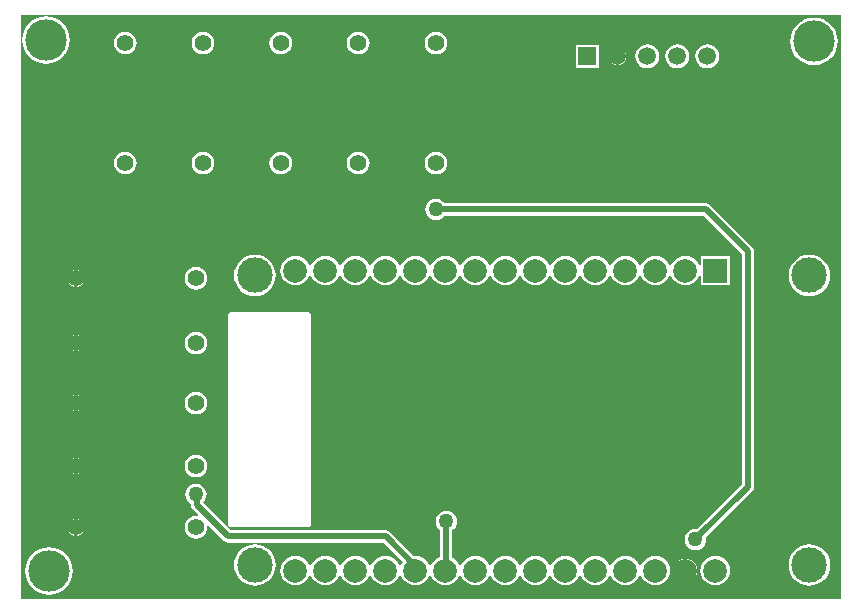
<source format=gbl>
G04 Layer_Physical_Order=2*
G04 Layer_Color=16711680*
%FSLAX25Y25*%
%MOIN*%
G70*
G01*
G75*
%ADD10C,0.01969*%
%ADD12R,0.07874X0.07874*%
%ADD13C,0.07874*%
%ADD14C,0.11811*%
%ADD15C,0.05512*%
%ADD16C,0.13780*%
%ADD17R,0.05906X0.05906*%
%ADD18C,0.05906*%
%ADD19C,0.05000*%
%ADD20C,0.02559*%
G36*
X484471Y213029D02*
X211029D01*
X211029Y407971D01*
X484471D01*
Y213029D01*
D02*
G37*
%LPC*%
G36*
X229000Y260214D02*
X228781Y260185D01*
X228110Y259907D01*
X227535Y259466D01*
X227093Y258890D01*
X226815Y258219D01*
X226786Y258000D01*
X229000D01*
Y260214D01*
D02*
G37*
G36*
X230000D02*
Y258000D01*
X232214D01*
X232185Y258219D01*
X231907Y258890D01*
X231466Y259466D01*
X230890Y259907D01*
X230219Y260185D01*
X230000Y260214D01*
D02*
G37*
G36*
X269500Y282288D02*
X268519Y282159D01*
X267606Y281781D01*
X266821Y281179D01*
X266219Y280394D01*
X265841Y279481D01*
X265712Y278500D01*
X265841Y277519D01*
X266219Y276606D01*
X266821Y275821D01*
X267606Y275219D01*
X268519Y274841D01*
X269500Y274712D01*
X270480Y274841D01*
X271394Y275219D01*
X272179Y275821D01*
X272781Y276606D01*
X273159Y277519D01*
X273288Y278500D01*
X273159Y279481D01*
X272781Y280394D01*
X272179Y281179D01*
X271394Y281781D01*
X270480Y282159D01*
X269500Y282288D01*
D02*
G37*
G36*
X232214Y257000D02*
X230000D01*
Y254786D01*
X230219Y254815D01*
X230890Y255093D01*
X231466Y255535D01*
X231907Y256110D01*
X232185Y256781D01*
X232214Y257000D01*
D02*
G37*
G36*
X269500Y251530D02*
X268586Y251410D01*
X267735Y251057D01*
X267004Y250496D01*
X266443Y249765D01*
X266090Y248914D01*
X265970Y248000D01*
X266090Y247086D01*
X266443Y246235D01*
X267004Y245504D01*
X267735Y244943D01*
X267788Y244921D01*
Y244537D01*
X267942Y243763D01*
X268381Y243106D01*
X270300Y241187D01*
X270066Y240714D01*
X269500Y240788D01*
X268519Y240659D01*
X267606Y240281D01*
X266821Y239679D01*
X266219Y238894D01*
X265841Y237981D01*
X265712Y237000D01*
X265841Y236019D01*
X266219Y235106D01*
X266821Y234321D01*
X267606Y233719D01*
X268519Y233341D01*
X269500Y233212D01*
X270480Y233341D01*
X271394Y233719D01*
X272179Y234321D01*
X272781Y235106D01*
X273159Y236019D01*
X273288Y237000D01*
X273214Y237566D01*
X273687Y237800D01*
X278918Y232569D01*
X279574Y232131D01*
X280348Y231977D01*
X332071D01*
X338592Y225456D01*
X338349Y225139D01*
X337932Y224133D01*
X337391D01*
X336974Y225139D01*
X336182Y226171D01*
X335151Y226962D01*
X333950Y227460D01*
X332661Y227629D01*
X331373Y227460D01*
X330172Y226962D01*
X329140Y226171D01*
X328349Y225139D01*
X327932Y224133D01*
X327391D01*
X326974Y225139D01*
X326183Y226171D01*
X325151Y226962D01*
X323950Y227460D01*
X322661Y227629D01*
X321373Y227460D01*
X320172Y226962D01*
X319140Y226171D01*
X318349Y225139D01*
X317932Y224133D01*
X317391D01*
X316974Y225139D01*
X316182Y226171D01*
X315151Y226962D01*
X313950Y227460D01*
X312661Y227629D01*
X311373Y227460D01*
X310172Y226962D01*
X309140Y226171D01*
X308349Y225139D01*
X307932Y224133D01*
X307391D01*
X306974Y225139D01*
X306183Y226171D01*
X305151Y226962D01*
X303950Y227460D01*
X302661Y227629D01*
X301373Y227460D01*
X300172Y226962D01*
X299140Y226171D01*
X298349Y225139D01*
X297851Y223938D01*
X297682Y222650D01*
X297851Y221361D01*
X298349Y220160D01*
X299140Y219128D01*
X300172Y218337D01*
X301373Y217840D01*
X302661Y217670D01*
X303950Y217840D01*
X305151Y218337D01*
X306183Y219128D01*
X306974Y220160D01*
X307391Y221166D01*
X307932D01*
X308349Y220160D01*
X309140Y219128D01*
X310172Y218337D01*
X311373Y217840D01*
X312661Y217670D01*
X313950Y217840D01*
X315151Y218337D01*
X316182Y219128D01*
X316974Y220160D01*
X317391Y221166D01*
X317932D01*
X318349Y220160D01*
X319140Y219128D01*
X320172Y218337D01*
X321373Y217840D01*
X322661Y217670D01*
X323950Y217840D01*
X325151Y218337D01*
X326183Y219128D01*
X326974Y220160D01*
X327391Y221166D01*
X327932D01*
X328349Y220160D01*
X329140Y219128D01*
X330172Y218337D01*
X331373Y217840D01*
X332661Y217670D01*
X333950Y217840D01*
X335151Y218337D01*
X336182Y219128D01*
X336974Y220160D01*
X337391Y221166D01*
X337932D01*
X338349Y220160D01*
X339140Y219128D01*
X340172Y218337D01*
X341373Y217840D01*
X342661Y217670D01*
X343950Y217840D01*
X345151Y218337D01*
X346182Y219128D01*
X346974Y220160D01*
X347391Y221166D01*
X347932D01*
X348349Y220160D01*
X349140Y219128D01*
X350172Y218337D01*
X351373Y217840D01*
X352661Y217670D01*
X353950Y217840D01*
X355151Y218337D01*
X356183Y219128D01*
X356974Y220160D01*
X357391Y221166D01*
X357932D01*
X358349Y220160D01*
X359140Y219128D01*
X360172Y218337D01*
X361373Y217840D01*
X362661Y217670D01*
X363950Y217840D01*
X365151Y218337D01*
X366182Y219128D01*
X366974Y220160D01*
X367391Y221166D01*
X367932D01*
X368349Y220160D01*
X369140Y219128D01*
X370172Y218337D01*
X371373Y217840D01*
X372661Y217670D01*
X373950Y217840D01*
X375151Y218337D01*
X376183Y219128D01*
X376974Y220160D01*
X377391Y221166D01*
X377932D01*
X378349Y220160D01*
X379140Y219128D01*
X380172Y218337D01*
X381373Y217840D01*
X382661Y217670D01*
X383950Y217840D01*
X385151Y218337D01*
X386182Y219128D01*
X386974Y220160D01*
X387391Y221166D01*
X387932D01*
X388349Y220160D01*
X389140Y219128D01*
X390172Y218337D01*
X391373Y217840D01*
X392661Y217670D01*
X393950Y217840D01*
X395151Y218337D01*
X396182Y219128D01*
X396974Y220160D01*
X397391Y221166D01*
X397932D01*
X398349Y220160D01*
X399140Y219128D01*
X400172Y218337D01*
X401373Y217840D01*
X402661Y217670D01*
X403950Y217840D01*
X405151Y218337D01*
X406182Y219128D01*
X406974Y220160D01*
X407391Y221166D01*
X407932D01*
X408349Y220160D01*
X409140Y219128D01*
X410172Y218337D01*
X411373Y217840D01*
X412661Y217670D01*
X413950Y217840D01*
X415151Y218337D01*
X416183Y219128D01*
X416974Y220160D01*
X417391Y221166D01*
X417932D01*
X418349Y220160D01*
X419140Y219128D01*
X420172Y218337D01*
X421373Y217840D01*
X422661Y217670D01*
X423950Y217840D01*
X425151Y218337D01*
X426183Y219128D01*
X426974Y220160D01*
X427471Y221361D01*
X427641Y222650D01*
X427471Y223938D01*
X426974Y225139D01*
X426183Y226171D01*
X425151Y226962D01*
X423950Y227460D01*
X422661Y227629D01*
X421373Y227460D01*
X420172Y226962D01*
X419140Y226171D01*
X418349Y225139D01*
X417932Y224133D01*
X417391D01*
X416974Y225139D01*
X416183Y226171D01*
X415151Y226962D01*
X413950Y227460D01*
X412661Y227629D01*
X411373Y227460D01*
X410172Y226962D01*
X409140Y226171D01*
X408349Y225139D01*
X407932Y224133D01*
X407391D01*
X406974Y225139D01*
X406182Y226171D01*
X405151Y226962D01*
X403950Y227460D01*
X402661Y227629D01*
X401373Y227460D01*
X400172Y226962D01*
X399140Y226171D01*
X398349Y225139D01*
X397932Y224133D01*
X397391D01*
X396974Y225139D01*
X396182Y226171D01*
X395151Y226962D01*
X393950Y227460D01*
X392661Y227629D01*
X391373Y227460D01*
X390172Y226962D01*
X389140Y226171D01*
X388349Y225139D01*
X387932Y224133D01*
X387391D01*
X386974Y225139D01*
X386182Y226171D01*
X385151Y226962D01*
X383950Y227460D01*
X382661Y227629D01*
X381373Y227460D01*
X380172Y226962D01*
X379140Y226171D01*
X378349Y225139D01*
X377932Y224133D01*
X377391D01*
X376974Y225139D01*
X376183Y226171D01*
X375151Y226962D01*
X373950Y227460D01*
X372661Y227629D01*
X371373Y227460D01*
X370172Y226962D01*
X369140Y226171D01*
X368349Y225139D01*
X367932Y224133D01*
X367391D01*
X366974Y225139D01*
X366182Y226171D01*
X365151Y226962D01*
X363950Y227460D01*
X362661Y227629D01*
X361373Y227460D01*
X360172Y226962D01*
X359140Y226171D01*
X358349Y225139D01*
X357932Y224133D01*
X357391D01*
X356974Y225139D01*
X356183Y226171D01*
X355151Y226962D01*
X354854Y227085D01*
Y236011D01*
X355496Y236504D01*
X356057Y237235D01*
X356410Y238086D01*
X356530Y239000D01*
X356410Y239914D01*
X356057Y240765D01*
X355496Y241496D01*
X354765Y242057D01*
X353914Y242410D01*
X353000Y242530D01*
X352086Y242410D01*
X351235Y242057D01*
X350504Y241496D01*
X349943Y240765D01*
X349590Y239914D01*
X349470Y239000D01*
X349590Y238086D01*
X349943Y237235D01*
X350504Y236504D01*
X350808Y236271D01*
Y227225D01*
X350172Y226962D01*
X349140Y226171D01*
X348349Y225139D01*
X347932Y224133D01*
X347391D01*
X346974Y225139D01*
X346182Y226171D01*
X345151Y226962D01*
X343950Y227460D01*
X342661Y227629D01*
X342201Y227569D01*
X334340Y235431D01*
X333683Y235869D01*
X332909Y236023D01*
X281186D01*
X272188Y245021D01*
X271996Y245504D01*
X272557Y246235D01*
X272910Y247086D01*
X273030Y248000D01*
X272910Y248914D01*
X272557Y249765D01*
X271996Y250496D01*
X271265Y251057D01*
X270414Y251410D01*
X269500Y251530D01*
D02*
G37*
G36*
Y261288D02*
X268519Y261159D01*
X267606Y260781D01*
X266821Y260179D01*
X266219Y259394D01*
X265841Y258481D01*
X265712Y257500D01*
X265841Y256520D01*
X266219Y255606D01*
X266821Y254821D01*
X267606Y254219D01*
X268519Y253841D01*
X269500Y253712D01*
X270480Y253841D01*
X271394Y254219D01*
X272179Y254821D01*
X272781Y255606D01*
X273159Y256520D01*
X273288Y257500D01*
X273159Y258481D01*
X272781Y259394D01*
X272179Y260179D01*
X271394Y260781D01*
X270480Y261159D01*
X269500Y261288D01*
D02*
G37*
G36*
X229000Y257000D02*
X226786D01*
X226815Y256781D01*
X227093Y256110D01*
X227535Y255535D01*
X228110Y255093D01*
X228781Y254815D01*
X229000Y254786D01*
Y257000D01*
D02*
G37*
G36*
X269500Y302288D02*
X268519Y302159D01*
X267606Y301781D01*
X266821Y301179D01*
X266219Y300394D01*
X265841Y299481D01*
X265712Y298500D01*
X265841Y297519D01*
X266219Y296606D01*
X266821Y295821D01*
X267606Y295219D01*
X268519Y294841D01*
X269500Y294712D01*
X270480Y294841D01*
X271394Y295219D01*
X272179Y295821D01*
X272781Y296606D01*
X273159Y297519D01*
X273288Y298500D01*
X273159Y299481D01*
X272781Y300394D01*
X272179Y301179D01*
X271394Y301781D01*
X270480Y302159D01*
X269500Y302288D01*
D02*
G37*
G36*
X229000Y298000D02*
X226786D01*
X226815Y297781D01*
X227093Y297110D01*
X227535Y296534D01*
X228110Y296093D01*
X228781Y295815D01*
X229000Y295786D01*
Y298000D01*
D02*
G37*
G36*
X232214D02*
X230000D01*
Y295786D01*
X230219Y295815D01*
X230890Y296093D01*
X231466Y296534D01*
X231907Y297110D01*
X232185Y297781D01*
X232214Y298000D01*
D02*
G37*
G36*
X230000Y281214D02*
Y279000D01*
X232214D01*
X232185Y279219D01*
X231907Y279890D01*
X231466Y280466D01*
X230890Y280907D01*
X230219Y281185D01*
X230000Y281214D01*
D02*
G37*
G36*
X229000Y278000D02*
X226786D01*
X226815Y277781D01*
X227093Y277110D01*
X227535Y276535D01*
X228110Y276093D01*
X228781Y275815D01*
X229000Y275786D01*
Y278000D01*
D02*
G37*
G36*
X232214D02*
X230000D01*
Y275786D01*
X230219Y275815D01*
X230890Y276093D01*
X231466Y276535D01*
X231907Y277110D01*
X232185Y277781D01*
X232214Y278000D01*
D02*
G37*
G36*
X229000Y281214D02*
X228781Y281185D01*
X228110Y280907D01*
X227535Y280466D01*
X227093Y279890D01*
X226815Y279219D01*
X226786Y279000D01*
X229000D01*
Y281214D01*
D02*
G37*
G36*
X432161Y222150D02*
X428756D01*
X428826Y221622D01*
X429222Y220664D01*
X429853Y219842D01*
X430676Y219211D01*
X431634Y218814D01*
X432161Y218744D01*
Y222150D01*
D02*
G37*
G36*
X436567D02*
X433161D01*
Y218744D01*
X433689Y218814D01*
X434647Y219211D01*
X435469Y219842D01*
X436100Y220664D01*
X436497Y221622D01*
X436567Y222150D01*
D02*
G37*
G36*
X432161Y226555D02*
X431634Y226485D01*
X430676Y226089D01*
X429853Y225458D01*
X429222Y224635D01*
X428826Y223677D01*
X428756Y223150D01*
X432161D01*
Y226555D01*
D02*
G37*
G36*
X442661Y227629D02*
X441373Y227460D01*
X440172Y226962D01*
X439140Y226171D01*
X438349Y225139D01*
X437851Y223938D01*
X437682Y222650D01*
X437851Y221361D01*
X438349Y220160D01*
X439140Y219128D01*
X440172Y218337D01*
X441373Y217840D01*
X442661Y217670D01*
X443950Y217840D01*
X445151Y218337D01*
X446182Y219128D01*
X446974Y220160D01*
X447471Y221361D01*
X447641Y222650D01*
X447471Y223938D01*
X446974Y225139D01*
X446182Y226171D01*
X445151Y226962D01*
X443950Y227460D01*
X442661Y227629D01*
D02*
G37*
G36*
X220500Y230428D02*
X218953Y230276D01*
X217466Y229824D01*
X216095Y229092D01*
X214894Y228106D01*
X213908Y226905D01*
X213176Y225534D01*
X212724Y224047D01*
X212572Y222500D01*
X212724Y220953D01*
X213176Y219466D01*
X213908Y218095D01*
X214894Y216894D01*
X216095Y215908D01*
X217466Y215176D01*
X218953Y214724D01*
X220500Y214572D01*
X222047Y214724D01*
X223534Y215176D01*
X224904Y215908D01*
X226106Y216894D01*
X227092Y218095D01*
X227824Y219466D01*
X228276Y220953D01*
X228428Y222500D01*
X228276Y224047D01*
X227824Y225534D01*
X227092Y226905D01*
X226106Y228106D01*
X224904Y229092D01*
X223534Y229824D01*
X222047Y230276D01*
X220500Y230428D01*
D02*
G37*
G36*
X289158Y231439D02*
X287804Y231306D01*
X286502Y230911D01*
X285302Y230270D01*
X284251Y229407D01*
X283388Y228355D01*
X282747Y227155D01*
X282352Y225854D01*
X282219Y224500D01*
X282352Y223146D01*
X282747Y221845D01*
X283388Y220645D01*
X284251Y219593D01*
X285302Y218730D01*
X286502Y218089D01*
X287804Y217694D01*
X289158Y217561D01*
X290511Y217694D01*
X291813Y218089D01*
X293012Y218730D01*
X294064Y219593D01*
X294927Y220645D01*
X295568Y221845D01*
X295963Y223146D01*
X296096Y224500D01*
X295963Y225854D01*
X295568Y227155D01*
X294927Y228355D01*
X294064Y229407D01*
X293012Y230270D01*
X291813Y230911D01*
X290511Y231306D01*
X289158Y231439D01*
D02*
G37*
G36*
X474000D02*
X472646Y231306D01*
X471345Y230911D01*
X470145Y230270D01*
X469093Y229407D01*
X468230Y228355D01*
X467589Y227155D01*
X467194Y225854D01*
X467061Y224500D01*
X467194Y223146D01*
X467589Y221845D01*
X468230Y220645D01*
X469093Y219593D01*
X470145Y218730D01*
X471345Y218089D01*
X472646Y217694D01*
X474000Y217561D01*
X475354Y217694D01*
X476655Y218089D01*
X477855Y218730D01*
X478907Y219593D01*
X479770Y220645D01*
X480411Y221845D01*
X480806Y223146D01*
X480939Y224500D01*
X480806Y225854D01*
X480411Y227155D01*
X479770Y228355D01*
X478907Y229407D01*
X477855Y230270D01*
X476655Y230911D01*
X475354Y231306D01*
X474000Y231439D01*
D02*
G37*
G36*
X306835Y308748D02*
X281283D01*
X280893Y308670D01*
X280562Y308449D01*
X280342Y308119D01*
X280264Y307728D01*
Y238083D01*
X280342Y237692D01*
X280562Y237362D01*
X280893Y237141D01*
X281283Y237063D01*
X306835D01*
X307225Y237141D01*
X307556Y237362D01*
X307777Y237692D01*
X307854Y238083D01*
Y307728D01*
X307777Y308119D01*
X307556Y308449D01*
X307225Y308670D01*
X306835Y308748D01*
D02*
G37*
G36*
X229000Y239714D02*
X228781Y239685D01*
X228110Y239407D01*
X227535Y238966D01*
X227093Y238390D01*
X226815Y237719D01*
X226786Y237500D01*
X229000D01*
Y239714D01*
D02*
G37*
G36*
X230000D02*
Y237500D01*
X232214D01*
X232185Y237719D01*
X231907Y238390D01*
X231466Y238966D01*
X230890Y239407D01*
X230219Y239685D01*
X230000Y239714D01*
D02*
G37*
G36*
X349500Y346530D02*
X348586Y346410D01*
X347735Y346057D01*
X347004Y345496D01*
X346443Y344765D01*
X346090Y343914D01*
X345970Y343000D01*
X346090Y342086D01*
X346443Y341235D01*
X347004Y340504D01*
X347735Y339943D01*
X348586Y339590D01*
X349500Y339470D01*
X350414Y339590D01*
X351265Y339943D01*
X351996Y340504D01*
X352359Y340977D01*
X438662D01*
X451477Y328162D01*
Y251338D01*
X436591Y236452D01*
X436000Y236530D01*
X435086Y236410D01*
X434235Y236057D01*
X433504Y235496D01*
X432943Y234765D01*
X432590Y233914D01*
X432470Y233000D01*
X432590Y232086D01*
X432943Y231235D01*
X433504Y230504D01*
X434235Y229943D01*
X435086Y229590D01*
X436000Y229470D01*
X436914Y229590D01*
X437765Y229943D01*
X438496Y230504D01*
X439057Y231235D01*
X439410Y232086D01*
X439530Y233000D01*
X439452Y233591D01*
X454931Y249069D01*
X455369Y249726D01*
X455523Y250500D01*
Y329000D01*
X455369Y329774D01*
X454931Y330431D01*
X440931Y344431D01*
X440274Y344869D01*
X439500Y345023D01*
X352359D01*
X351996Y345496D01*
X351265Y346057D01*
X350414Y346410D01*
X349500Y346530D01*
D02*
G37*
G36*
X433161Y226555D02*
Y223150D01*
X436567D01*
X436497Y223677D01*
X436100Y224635D01*
X435469Y225458D01*
X434647Y226089D01*
X433689Y226485D01*
X433161Y226555D01*
D02*
G37*
G36*
X229000Y236500D02*
X226786D01*
X226815Y236281D01*
X227093Y235610D01*
X227535Y235034D01*
X228110Y234593D01*
X228781Y234315D01*
X229000Y234286D01*
Y236500D01*
D02*
G37*
G36*
X232214D02*
X230000D01*
Y234286D01*
X230219Y234315D01*
X230890Y234593D01*
X231466Y235034D01*
X231907Y235610D01*
X232185Y236281D01*
X232214Y236500D01*
D02*
G37*
G36*
X229000Y301214D02*
X228781Y301185D01*
X228110Y300907D01*
X227535Y300465D01*
X227093Y299890D01*
X226815Y299219D01*
X226786Y299000D01*
X229000D01*
Y301214D01*
D02*
G37*
G36*
X409500Y393500D02*
X407088D01*
X407123Y393229D01*
X407421Y392511D01*
X407894Y391894D01*
X408511Y391421D01*
X409229Y391123D01*
X409500Y391088D01*
Y393500D01*
D02*
G37*
G36*
X412912D02*
X410500D01*
Y391088D01*
X410771Y391123D01*
X411489Y391421D01*
X412106Y391894D01*
X412579Y392511D01*
X412877Y393229D01*
X412912Y393500D01*
D02*
G37*
G36*
X219500Y407428D02*
X217953Y407276D01*
X216466Y406824D01*
X215095Y406092D01*
X213894Y405106D01*
X212908Y403904D01*
X212175Y402534D01*
X211724Y401047D01*
X211572Y399500D01*
X211724Y397953D01*
X212175Y396466D01*
X212908Y395095D01*
X213894Y393894D01*
X215095Y392908D01*
X216466Y392176D01*
X217953Y391724D01*
X219500Y391572D01*
X221047Y391724D01*
X222534Y392176D01*
X223904Y392908D01*
X225106Y393894D01*
X226092Y395095D01*
X226824Y396466D01*
X227276Y397953D01*
X227428Y399500D01*
X227276Y401047D01*
X226824Y402534D01*
X226092Y403904D01*
X225106Y405106D01*
X223904Y406092D01*
X222534Y406824D01*
X221047Y407276D01*
X219500Y407428D01*
D02*
G37*
G36*
X475500Y406928D02*
X473953Y406776D01*
X472466Y406324D01*
X471096Y405592D01*
X469894Y404606D01*
X468908Y403405D01*
X468176Y402034D01*
X467724Y400547D01*
X467572Y399000D01*
X467724Y397453D01*
X468176Y395966D01*
X468908Y394596D01*
X469894Y393394D01*
X471096Y392408D01*
X472466Y391675D01*
X473953Y391224D01*
X475500Y391072D01*
X477047Y391224D01*
X478534Y391675D01*
X479905Y392408D01*
X481106Y393394D01*
X482092Y394596D01*
X482825Y395966D01*
X483276Y397453D01*
X483428Y399000D01*
X483276Y400547D01*
X482825Y402034D01*
X482092Y403405D01*
X481106Y404606D01*
X479905Y405592D01*
X478534Y406324D01*
X477047Y406776D01*
X475500Y406928D01*
D02*
G37*
G36*
X430000Y397987D02*
X428968Y397851D01*
X428007Y397453D01*
X427181Y396819D01*
X426547Y395993D01*
X426149Y395032D01*
X426013Y394000D01*
X426149Y392968D01*
X426547Y392007D01*
X427181Y391181D01*
X428007Y390547D01*
X428968Y390149D01*
X430000Y390013D01*
X431032Y390149D01*
X431993Y390547D01*
X432819Y391181D01*
X433453Y392007D01*
X433851Y392968D01*
X433987Y394000D01*
X433851Y395032D01*
X433453Y395993D01*
X432819Y396819D01*
X431993Y397453D01*
X431032Y397851D01*
X430000Y397987D01*
D02*
G37*
G36*
X440000D02*
X438968Y397851D01*
X438007Y397453D01*
X437181Y396819D01*
X436547Y395993D01*
X436149Y395032D01*
X436013Y394000D01*
X436149Y392968D01*
X436547Y392007D01*
X437181Y391181D01*
X438007Y390547D01*
X438968Y390149D01*
X440000Y390013D01*
X441032Y390149D01*
X441993Y390547D01*
X442819Y391181D01*
X443453Y392007D01*
X443851Y392968D01*
X443987Y394000D01*
X443851Y395032D01*
X443453Y395993D01*
X442819Y396819D01*
X441993Y397453D01*
X441032Y397851D01*
X440000Y397987D01*
D02*
G37*
G36*
X403953Y397953D02*
X396047D01*
Y390047D01*
X403953D01*
Y397953D01*
D02*
G37*
G36*
X297750Y402288D02*
X296769Y402159D01*
X295856Y401781D01*
X295071Y401179D01*
X294469Y400394D01*
X294091Y399481D01*
X293962Y398500D01*
X294091Y397519D01*
X294469Y396606D01*
X295071Y395821D01*
X295856Y395219D01*
X296769Y394841D01*
X297750Y394712D01*
X298730Y394841D01*
X299644Y395219D01*
X300429Y395821D01*
X301031Y396606D01*
X301409Y397519D01*
X301538Y398500D01*
X301409Y399481D01*
X301031Y400394D01*
X300429Y401179D01*
X299644Y401781D01*
X298730Y402159D01*
X297750Y402288D01*
D02*
G37*
G36*
X323625D02*
X322644Y402159D01*
X321731Y401781D01*
X320946Y401179D01*
X320344Y400394D01*
X319966Y399481D01*
X319837Y398500D01*
X319966Y397519D01*
X320344Y396606D01*
X320946Y395821D01*
X321731Y395219D01*
X322644Y394841D01*
X323625Y394712D01*
X324605Y394841D01*
X325519Y395219D01*
X326304Y395821D01*
X326906Y396606D01*
X327284Y397519D01*
X327413Y398500D01*
X327284Y399481D01*
X326906Y400394D01*
X326304Y401179D01*
X325519Y401781D01*
X324605Y402159D01*
X323625Y402288D01*
D02*
G37*
G36*
X349500D02*
X348519Y402159D01*
X347606Y401781D01*
X346821Y401179D01*
X346219Y400394D01*
X345841Y399481D01*
X345712Y398500D01*
X345841Y397519D01*
X346219Y396606D01*
X346821Y395821D01*
X347606Y395219D01*
X348519Y394841D01*
X349500Y394712D01*
X350481Y394841D01*
X351394Y395219D01*
X352179Y395821D01*
X352781Y396606D01*
X353159Y397519D01*
X353288Y398500D01*
X353159Y399481D01*
X352781Y400394D01*
X352179Y401179D01*
X351394Y401781D01*
X350481Y402159D01*
X349500Y402288D01*
D02*
G37*
G36*
X271875D02*
X270895Y402159D01*
X269981Y401781D01*
X269196Y401179D01*
X268594Y400394D01*
X268216Y399481D01*
X268087Y398500D01*
X268216Y397519D01*
X268594Y396606D01*
X269196Y395821D01*
X269981Y395219D01*
X270895Y394841D01*
X271875Y394712D01*
X272855Y394841D01*
X273769Y395219D01*
X274554Y395821D01*
X275156Y396606D01*
X275534Y397519D01*
X275663Y398500D01*
X275534Y399481D01*
X275156Y400394D01*
X274554Y401179D01*
X273769Y401781D01*
X272855Y402159D01*
X271875Y402288D01*
D02*
G37*
G36*
X409500Y396912D02*
X409229Y396877D01*
X408511Y396579D01*
X407894Y396106D01*
X407421Y395489D01*
X407123Y394771D01*
X407088Y394500D01*
X409500D01*
Y396912D01*
D02*
G37*
G36*
X410500D02*
Y394500D01*
X412912D01*
X412877Y394771D01*
X412579Y395489D01*
X412106Y396106D01*
X411489Y396579D01*
X410771Y396877D01*
X410500Y396912D01*
D02*
G37*
G36*
X246000Y402288D02*
X245020Y402159D01*
X244106Y401781D01*
X243321Y401179D01*
X242719Y400394D01*
X242341Y399481D01*
X242212Y398500D01*
X242341Y397519D01*
X242719Y396606D01*
X243321Y395821D01*
X244106Y395219D01*
X245020Y394841D01*
X246000Y394712D01*
X246981Y394841D01*
X247894Y395219D01*
X248679Y395821D01*
X249281Y396606D01*
X249659Y397519D01*
X249788Y398500D01*
X249659Y399481D01*
X249281Y400394D01*
X248679Y401179D01*
X247894Y401781D01*
X246981Y402159D01*
X246000Y402288D01*
D02*
G37*
G36*
X420000Y397987D02*
X418968Y397851D01*
X418007Y397453D01*
X417181Y396819D01*
X416547Y395993D01*
X416149Y395032D01*
X416013Y394000D01*
X416149Y392968D01*
X416547Y392007D01*
X417181Y391181D01*
X418007Y390547D01*
X418968Y390149D01*
X420000Y390013D01*
X421032Y390149D01*
X421993Y390547D01*
X422819Y391181D01*
X423453Y392007D01*
X423851Y392968D01*
X423987Y394000D01*
X423851Y395032D01*
X423453Y395993D01*
X422819Y396819D01*
X421993Y397453D01*
X421032Y397851D01*
X420000Y397987D01*
D02*
G37*
G36*
X229000Y319500D02*
X226786D01*
X226815Y319281D01*
X227093Y318610D01*
X227535Y318035D01*
X228110Y317593D01*
X228781Y317315D01*
X229000Y317286D01*
Y319500D01*
D02*
G37*
G36*
X232214D02*
X230000D01*
Y317286D01*
X230219Y317315D01*
X230890Y317593D01*
X231466Y318035D01*
X231907Y318610D01*
X232185Y319281D01*
X232214Y319500D01*
D02*
G37*
G36*
X229000Y322714D02*
X228781Y322685D01*
X228110Y322407D01*
X227535Y321966D01*
X227093Y321390D01*
X226815Y320719D01*
X226786Y320500D01*
X229000D01*
Y322714D01*
D02*
G37*
G36*
X269500Y323788D02*
X268519Y323659D01*
X267606Y323281D01*
X266821Y322679D01*
X266219Y321894D01*
X265841Y320981D01*
X265712Y320000D01*
X265841Y319020D01*
X266219Y318106D01*
X266821Y317321D01*
X267606Y316719D01*
X268519Y316341D01*
X269500Y316212D01*
X270480Y316341D01*
X271394Y316719D01*
X272179Y317321D01*
X272781Y318106D01*
X273159Y319020D01*
X273288Y320000D01*
X273159Y320981D01*
X272781Y321894D01*
X272179Y322679D01*
X271394Y323281D01*
X270480Y323659D01*
X269500Y323788D01*
D02*
G37*
G36*
X230000Y301214D02*
Y299000D01*
X232214D01*
X232185Y299219D01*
X231907Y299890D01*
X231466Y300465D01*
X230890Y300907D01*
X230219Y301185D01*
X230000Y301214D01*
D02*
G37*
G36*
X289158Y327935D02*
X287804Y327802D01*
X286502Y327407D01*
X285302Y326766D01*
X284251Y325903D01*
X283388Y324851D01*
X282747Y323652D01*
X282352Y322350D01*
X282219Y320996D01*
X282352Y319642D01*
X282747Y318341D01*
X283388Y317141D01*
X284251Y316090D01*
X285302Y315227D01*
X286502Y314585D01*
X287804Y314191D01*
X289158Y314057D01*
X290511Y314191D01*
X291813Y314585D01*
X293012Y315227D01*
X294064Y316090D01*
X294927Y317141D01*
X295568Y318341D01*
X295963Y319642D01*
X296096Y320996D01*
X295963Y322350D01*
X295568Y323652D01*
X294927Y324851D01*
X294064Y325903D01*
X293012Y326766D01*
X291813Y327407D01*
X290511Y327802D01*
X289158Y327935D01*
D02*
G37*
G36*
X474000D02*
X472646Y327802D01*
X471345Y327407D01*
X470145Y326766D01*
X469093Y325903D01*
X468230Y324851D01*
X467589Y323652D01*
X467194Y322350D01*
X467061Y320996D01*
X467194Y319642D01*
X467589Y318341D01*
X468230Y317141D01*
X469093Y316090D01*
X470145Y315227D01*
X471345Y314585D01*
X472646Y314191D01*
X474000Y314057D01*
X475354Y314191D01*
X476655Y314585D01*
X477855Y315227D01*
X478907Y316090D01*
X479770Y317141D01*
X480411Y318341D01*
X480806Y319642D01*
X480939Y320996D01*
X480806Y322350D01*
X480411Y323652D01*
X479770Y324851D01*
X478907Y325903D01*
X477855Y326766D01*
X476655Y327407D01*
X475354Y327802D01*
X474000Y327935D01*
D02*
G37*
G36*
X297750Y362288D02*
X296769Y362159D01*
X295856Y361781D01*
X295071Y361179D01*
X294469Y360394D01*
X294091Y359481D01*
X293962Y358500D01*
X294091Y357520D01*
X294469Y356606D01*
X295071Y355821D01*
X295856Y355219D01*
X296769Y354841D01*
X297750Y354712D01*
X298730Y354841D01*
X299644Y355219D01*
X300429Y355821D01*
X301031Y356606D01*
X301409Y357520D01*
X301538Y358500D01*
X301409Y359481D01*
X301031Y360394D01*
X300429Y361179D01*
X299644Y361781D01*
X298730Y362159D01*
X297750Y362288D01*
D02*
G37*
G36*
X323625D02*
X322644Y362159D01*
X321731Y361781D01*
X320946Y361179D01*
X320344Y360394D01*
X319966Y359481D01*
X319837Y358500D01*
X319966Y357520D01*
X320344Y356606D01*
X320946Y355821D01*
X321731Y355219D01*
X322644Y354841D01*
X323625Y354712D01*
X324605Y354841D01*
X325519Y355219D01*
X326304Y355821D01*
X326906Y356606D01*
X327284Y357520D01*
X327413Y358500D01*
X327284Y359481D01*
X326906Y360394D01*
X326304Y361179D01*
X325519Y361781D01*
X324605Y362159D01*
X323625Y362288D01*
D02*
G37*
G36*
X349500D02*
X348519Y362159D01*
X347606Y361781D01*
X346821Y361179D01*
X346219Y360394D01*
X345841Y359481D01*
X345712Y358500D01*
X345841Y357520D01*
X346219Y356606D01*
X346821Y355821D01*
X347606Y355219D01*
X348519Y354841D01*
X349500Y354712D01*
X350481Y354841D01*
X351394Y355219D01*
X352179Y355821D01*
X352781Y356606D01*
X353159Y357520D01*
X353288Y358500D01*
X353159Y359481D01*
X352781Y360394D01*
X352179Y361179D01*
X351394Y361781D01*
X350481Y362159D01*
X349500Y362288D01*
D02*
G37*
G36*
X271875D02*
X270895Y362159D01*
X269981Y361781D01*
X269196Y361179D01*
X268594Y360394D01*
X268216Y359481D01*
X268087Y358500D01*
X268216Y357520D01*
X268594Y356606D01*
X269196Y355821D01*
X269981Y355219D01*
X270895Y354841D01*
X271875Y354712D01*
X272855Y354841D01*
X273769Y355219D01*
X274554Y355821D01*
X275156Y356606D01*
X275534Y357520D01*
X275663Y358500D01*
X275534Y359481D01*
X275156Y360394D01*
X274554Y361179D01*
X273769Y361781D01*
X272855Y362159D01*
X271875Y362288D01*
D02*
G37*
G36*
X230000Y322714D02*
Y320500D01*
X232214D01*
X232185Y320719D01*
X231907Y321390D01*
X231466Y321966D01*
X230890Y322407D01*
X230219Y322685D01*
X230000Y322714D01*
D02*
G37*
G36*
X432661Y327629D02*
X431373Y327460D01*
X430172Y326962D01*
X429140Y326171D01*
X428349Y325139D01*
X427932Y324133D01*
X427391D01*
X426974Y325139D01*
X426183Y326171D01*
X425151Y326962D01*
X423950Y327460D01*
X422661Y327629D01*
X421373Y327460D01*
X420172Y326962D01*
X419140Y326171D01*
X418349Y325139D01*
X417932Y324133D01*
X417391D01*
X416974Y325139D01*
X416183Y326171D01*
X415151Y326962D01*
X413950Y327460D01*
X412661Y327629D01*
X411373Y327460D01*
X410172Y326962D01*
X409140Y326171D01*
X408349Y325139D01*
X407932Y324133D01*
X407391D01*
X406974Y325139D01*
X406182Y326171D01*
X405151Y326962D01*
X403950Y327460D01*
X402661Y327629D01*
X401373Y327460D01*
X400172Y326962D01*
X399140Y326171D01*
X398349Y325139D01*
X397932Y324133D01*
X397391D01*
X396974Y325139D01*
X396182Y326171D01*
X395151Y326962D01*
X393950Y327460D01*
X392661Y327629D01*
X391373Y327460D01*
X390172Y326962D01*
X389140Y326171D01*
X388349Y325139D01*
X387932Y324133D01*
X387391D01*
X386974Y325139D01*
X386182Y326171D01*
X385151Y326962D01*
X383950Y327460D01*
X382661Y327629D01*
X381373Y327460D01*
X380172Y326962D01*
X379140Y326171D01*
X378349Y325139D01*
X377932Y324133D01*
X377391D01*
X376974Y325139D01*
X376183Y326171D01*
X375151Y326962D01*
X373950Y327460D01*
X372661Y327629D01*
X371373Y327460D01*
X370172Y326962D01*
X369140Y326171D01*
X368349Y325139D01*
X367932Y324133D01*
X367391D01*
X366974Y325139D01*
X366182Y326171D01*
X365151Y326962D01*
X363950Y327460D01*
X362661Y327629D01*
X361373Y327460D01*
X360172Y326962D01*
X359140Y326171D01*
X358349Y325139D01*
X357932Y324133D01*
X357391D01*
X356974Y325139D01*
X356183Y326171D01*
X355151Y326962D01*
X353950Y327460D01*
X352661Y327629D01*
X351373Y327460D01*
X350172Y326962D01*
X349140Y326171D01*
X348349Y325139D01*
X347932Y324133D01*
X347391D01*
X346974Y325139D01*
X346182Y326171D01*
X345151Y326962D01*
X343950Y327460D01*
X342661Y327629D01*
X341373Y327460D01*
X340172Y326962D01*
X339140Y326171D01*
X338349Y325139D01*
X337932Y324133D01*
X337391D01*
X336974Y325139D01*
X336182Y326171D01*
X335151Y326962D01*
X333950Y327460D01*
X332661Y327629D01*
X331373Y327460D01*
X330172Y326962D01*
X329140Y326171D01*
X328349Y325139D01*
X327932Y324133D01*
X327391D01*
X326974Y325139D01*
X326183Y326171D01*
X325151Y326962D01*
X323950Y327460D01*
X322661Y327629D01*
X321373Y327460D01*
X320172Y326962D01*
X319140Y326171D01*
X318349Y325139D01*
X317932Y324133D01*
X317391D01*
X316974Y325139D01*
X316182Y326171D01*
X315151Y326962D01*
X313950Y327460D01*
X312661Y327629D01*
X311373Y327460D01*
X310172Y326962D01*
X309140Y326171D01*
X308349Y325139D01*
X307932Y324133D01*
X307391D01*
X306974Y325139D01*
X306183Y326171D01*
X305151Y326962D01*
X303950Y327460D01*
X302661Y327629D01*
X301373Y327460D01*
X300172Y326962D01*
X299140Y326171D01*
X298349Y325139D01*
X297851Y323938D01*
X297682Y322650D01*
X297851Y321361D01*
X298349Y320160D01*
X299140Y319128D01*
X300172Y318337D01*
X301373Y317840D01*
X302661Y317670D01*
X303950Y317840D01*
X305151Y318337D01*
X306183Y319128D01*
X306974Y320160D01*
X307391Y321166D01*
X307932D01*
X308349Y320160D01*
X309140Y319128D01*
X310172Y318337D01*
X311373Y317840D01*
X312661Y317670D01*
X313950Y317840D01*
X315151Y318337D01*
X316182Y319128D01*
X316974Y320160D01*
X317391Y321166D01*
X317932D01*
X318349Y320160D01*
X319140Y319128D01*
X320172Y318337D01*
X321373Y317840D01*
X322661Y317670D01*
X323950Y317840D01*
X325151Y318337D01*
X326183Y319128D01*
X326974Y320160D01*
X327391Y321166D01*
X327932D01*
X328349Y320160D01*
X329140Y319128D01*
X330172Y318337D01*
X331373Y317840D01*
X332661Y317670D01*
X333950Y317840D01*
X335151Y318337D01*
X336182Y319128D01*
X336974Y320160D01*
X337391Y321166D01*
X337932D01*
X338349Y320160D01*
X339140Y319128D01*
X340172Y318337D01*
X341373Y317840D01*
X342661Y317670D01*
X343950Y317840D01*
X345151Y318337D01*
X346182Y319128D01*
X346974Y320160D01*
X347391Y321166D01*
X347932D01*
X348349Y320160D01*
X349140Y319128D01*
X350172Y318337D01*
X351373Y317840D01*
X352661Y317670D01*
X353950Y317840D01*
X355151Y318337D01*
X356183Y319128D01*
X356974Y320160D01*
X357391Y321166D01*
X357932D01*
X358349Y320160D01*
X359140Y319128D01*
X360172Y318337D01*
X361373Y317840D01*
X362661Y317670D01*
X363950Y317840D01*
X365151Y318337D01*
X366182Y319128D01*
X366974Y320160D01*
X367391Y321166D01*
X367932D01*
X368349Y320160D01*
X369140Y319128D01*
X370172Y318337D01*
X371373Y317840D01*
X372661Y317670D01*
X373950Y317840D01*
X375151Y318337D01*
X376183Y319128D01*
X376974Y320160D01*
X377391Y321166D01*
X377932D01*
X378349Y320160D01*
X379140Y319128D01*
X380172Y318337D01*
X381373Y317840D01*
X382661Y317670D01*
X383950Y317840D01*
X385151Y318337D01*
X386182Y319128D01*
X386974Y320160D01*
X387391Y321166D01*
X387932D01*
X388349Y320160D01*
X389140Y319128D01*
X390172Y318337D01*
X391373Y317840D01*
X392661Y317670D01*
X393950Y317840D01*
X395151Y318337D01*
X396182Y319128D01*
X396974Y320160D01*
X397391Y321166D01*
X397932D01*
X398349Y320160D01*
X399140Y319128D01*
X400172Y318337D01*
X401373Y317840D01*
X402661Y317670D01*
X403950Y317840D01*
X405151Y318337D01*
X406182Y319128D01*
X406974Y320160D01*
X407391Y321166D01*
X407932D01*
X408349Y320160D01*
X409140Y319128D01*
X410172Y318337D01*
X411373Y317840D01*
X412661Y317670D01*
X413950Y317840D01*
X415151Y318337D01*
X416183Y319128D01*
X416974Y320160D01*
X417391Y321166D01*
X417932D01*
X418349Y320160D01*
X419140Y319128D01*
X420172Y318337D01*
X421373Y317840D01*
X422661Y317670D01*
X423950Y317840D01*
X425151Y318337D01*
X426183Y319128D01*
X426974Y320160D01*
X427391Y321166D01*
X427932D01*
X428349Y320160D01*
X429140Y319128D01*
X430172Y318337D01*
X431373Y317840D01*
X432661Y317670D01*
X433950Y317840D01*
X435151Y318337D01*
X436182Y319128D01*
X436974Y320160D01*
X437224Y320765D01*
X437724Y320665D01*
Y317713D01*
X447598D01*
Y327587D01*
X437724D01*
Y324634D01*
X437224Y324535D01*
X436974Y325139D01*
X436182Y326171D01*
X435151Y326962D01*
X433950Y327460D01*
X432661Y327629D01*
D02*
G37*
G36*
X246000Y362288D02*
X245020Y362159D01*
X244106Y361781D01*
X243321Y361179D01*
X242719Y360394D01*
X242341Y359481D01*
X242212Y358500D01*
X242341Y357520D01*
X242719Y356606D01*
X243321Y355821D01*
X244106Y355219D01*
X245020Y354841D01*
X246000Y354712D01*
X246981Y354841D01*
X247894Y355219D01*
X248679Y355821D01*
X249281Y356606D01*
X249659Y357520D01*
X249788Y358500D01*
X249659Y359481D01*
X249281Y360394D01*
X248679Y361179D01*
X247894Y361781D01*
X246981Y362159D01*
X246000Y362288D01*
D02*
G37*
%LPD*%
D10*
X269500Y248000D02*
X269811Y247689D01*
Y244537D02*
Y247689D01*
X280348Y234000D02*
X332909D01*
X269811Y244537D02*
X280348Y234000D01*
X332909D02*
X342661Y224248D01*
X453500Y250500D02*
Y329000D01*
X439500Y343000D02*
X453500Y329000D01*
X349500Y343000D02*
X439500D01*
X436000Y233000D02*
X453500Y250500D01*
X352831Y222819D02*
Y238831D01*
X353000Y239000D01*
X352661Y222650D02*
X352831Y222819D01*
X342661Y222650D02*
Y224248D01*
D12*
X442661Y322650D02*
D03*
D13*
X432661D02*
D03*
X422661D02*
D03*
X412661D02*
D03*
X402661D02*
D03*
X392661D02*
D03*
X382661D02*
D03*
X372661D02*
D03*
X362661D02*
D03*
X352661D02*
D03*
X342661D02*
D03*
X332661D02*
D03*
X322661D02*
D03*
X312661D02*
D03*
X302661D02*
D03*
X442661Y222650D02*
D03*
X432661D02*
D03*
X422661D02*
D03*
X412661D02*
D03*
X402661D02*
D03*
X392661D02*
D03*
X382661D02*
D03*
X372661D02*
D03*
X362661D02*
D03*
X352661D02*
D03*
X342661D02*
D03*
X332661D02*
D03*
X322661D02*
D03*
X312661D02*
D03*
X302661D02*
D03*
D14*
X289158Y320996D02*
D03*
Y224500D02*
D03*
X474000D02*
D03*
Y320996D02*
D03*
D15*
X269500Y320000D02*
D03*
X229500D02*
D03*
Y257500D02*
D03*
X269500D02*
D03*
X349500Y358500D02*
D03*
Y398500D02*
D03*
X323625Y358500D02*
D03*
Y398500D02*
D03*
X297750Y358500D02*
D03*
Y398500D02*
D03*
X271875Y358500D02*
D03*
Y398500D02*
D03*
X246000Y358500D02*
D03*
Y398500D02*
D03*
X229500Y298500D02*
D03*
X269500D02*
D03*
X229500Y278500D02*
D03*
X269500D02*
D03*
X229500Y237000D02*
D03*
X269500D02*
D03*
D16*
X219500Y399500D02*
D03*
X220500Y222500D02*
D03*
X475500Y399000D02*
D03*
D17*
X400000Y394000D02*
D03*
D18*
X410000D02*
D03*
X420000D02*
D03*
X430000D02*
D03*
X440000D02*
D03*
D19*
X269500Y248000D02*
D03*
X349500Y343000D02*
D03*
X436000Y233000D02*
D03*
X353000Y239000D02*
D03*
D20*
X216535Y255906D02*
D03*
Y295276D02*
D03*
X226378Y314961D02*
D03*
X216535Y334646D02*
D03*
X226378Y354331D02*
D03*
X216535Y374016D02*
D03*
X226378Y393701D02*
D03*
X236221Y216535D02*
D03*
X246063Y236221D02*
D03*
X236221Y255906D02*
D03*
Y295276D02*
D03*
Y334646D02*
D03*
Y374016D02*
D03*
X255906Y216535D02*
D03*
Y255906D02*
D03*
X265748Y314961D02*
D03*
X255906Y374016D02*
D03*
X265748Y393701D02*
D03*
X275591Y216535D02*
D03*
Y295276D02*
D03*
Y334646D02*
D03*
X285433Y354331D02*
D03*
X275591Y374016D02*
D03*
X285433Y393701D02*
D03*
X295276Y216535D02*
D03*
X305118Y314961D02*
D03*
Y354331D02*
D03*
X295276Y374016D02*
D03*
X305118Y393701D02*
D03*
X314961Y216535D02*
D03*
Y255906D02*
D03*
X324803Y275591D02*
D03*
X314961Y295276D02*
D03*
Y374016D02*
D03*
X334646Y216535D02*
D03*
X344488Y275591D02*
D03*
X334646Y334646D02*
D03*
Y374016D02*
D03*
X344488Y393701D02*
D03*
X354331Y216535D02*
D03*
X364173Y236221D02*
D03*
X354331Y255906D02*
D03*
X364173Y275591D02*
D03*
X354331Y295276D02*
D03*
X364173Y354331D02*
D03*
X354331Y374016D02*
D03*
X364173Y393701D02*
D03*
X383858Y236221D02*
D03*
X374016Y255906D02*
D03*
X383858Y275591D02*
D03*
X374016Y295276D02*
D03*
Y334646D02*
D03*
X383858Y354331D02*
D03*
X393701Y255906D02*
D03*
X403543Y275591D02*
D03*
X393701Y295276D02*
D03*
Y334646D02*
D03*
X403543Y354331D02*
D03*
X393701Y374016D02*
D03*
X413386Y255906D02*
D03*
X423228Y275591D02*
D03*
X413386Y295276D02*
D03*
Y334646D02*
D03*
X423228Y354331D02*
D03*
X413386Y374016D02*
D03*
X433071Y216535D02*
D03*
Y255906D02*
D03*
X442913Y275591D02*
D03*
X433071Y295276D02*
D03*
Y334646D02*
D03*
X442913Y354331D02*
D03*
X433071Y374016D02*
D03*
X452756Y216535D02*
D03*
X462598Y236221D02*
D03*
X452756Y334646D02*
D03*
X462598Y393701D02*
D03*
X482283Y236221D02*
D03*
X472441Y255906D02*
D03*
X482283Y275591D02*
D03*
X472441Y295276D02*
D03*
X482283Y314961D02*
D03*
X472441Y334646D02*
D03*
X482283Y354331D02*
D03*
X472441Y374016D02*
D03*
X325646Y345646D02*
D03*
M02*

</source>
